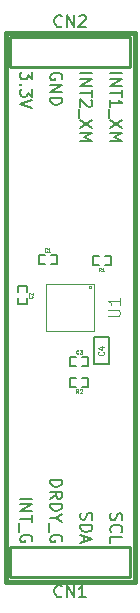
<source format=gto>
G04 (created by PCBNEW-RS274X (2012-apr-16-27)-stable) date Sat 16 Nov 2013 11:41:47 AM EET*
G01*
G70*
G90*
%MOIN*%
G04 Gerber Fmt 3.4, Leading zero omitted, Abs format*
%FSLAX34Y34*%
G04 APERTURE LIST*
%ADD10C,0.006000*%
%ADD11C,0.007500*%
%ADD12C,0.015000*%
%ADD13C,0.005000*%
%ADD14C,0.010000*%
%ADD15C,0.003900*%
%ADD16C,0.003000*%
%ADD17C,0.008000*%
%ADD18C,0.004500*%
G04 APERTURE END LIST*
G54D10*
G54D11*
X15307Y-23271D02*
X15288Y-23328D01*
X15288Y-23424D01*
X15307Y-23462D01*
X15326Y-23481D01*
X15364Y-23500D01*
X15402Y-23500D01*
X15440Y-23481D01*
X15460Y-23462D01*
X15479Y-23424D01*
X15498Y-23347D01*
X15517Y-23309D01*
X15536Y-23290D01*
X15574Y-23271D01*
X15612Y-23271D01*
X15650Y-23290D01*
X15669Y-23309D01*
X15688Y-23347D01*
X15688Y-23443D01*
X15669Y-23500D01*
X15326Y-23900D02*
X15307Y-23881D01*
X15288Y-23824D01*
X15288Y-23786D01*
X15307Y-23728D01*
X15345Y-23690D01*
X15383Y-23671D01*
X15460Y-23652D01*
X15517Y-23652D01*
X15593Y-23671D01*
X15631Y-23690D01*
X15669Y-23728D01*
X15688Y-23786D01*
X15688Y-23824D01*
X15669Y-23881D01*
X15650Y-23900D01*
X15288Y-24262D02*
X15288Y-24071D01*
X15688Y-24071D01*
X14307Y-23252D02*
X14288Y-23309D01*
X14288Y-23405D01*
X14307Y-23443D01*
X14326Y-23462D01*
X14364Y-23481D01*
X14402Y-23481D01*
X14440Y-23462D01*
X14460Y-23443D01*
X14479Y-23405D01*
X14498Y-23328D01*
X14517Y-23290D01*
X14536Y-23271D01*
X14574Y-23252D01*
X14612Y-23252D01*
X14650Y-23271D01*
X14669Y-23290D01*
X14688Y-23328D01*
X14688Y-23424D01*
X14669Y-23481D01*
X14288Y-23652D02*
X14688Y-23652D01*
X14688Y-23747D01*
X14669Y-23805D01*
X14631Y-23843D01*
X14593Y-23862D01*
X14517Y-23881D01*
X14460Y-23881D01*
X14383Y-23862D01*
X14345Y-23843D01*
X14307Y-23805D01*
X14288Y-23747D01*
X14288Y-23652D01*
X14402Y-24033D02*
X14402Y-24224D01*
X14288Y-23995D02*
X14688Y-24128D01*
X14288Y-24262D01*
X13288Y-22147D02*
X13688Y-22147D01*
X13688Y-22242D01*
X13669Y-22300D01*
X13631Y-22338D01*
X13593Y-22357D01*
X13517Y-22376D01*
X13460Y-22376D01*
X13383Y-22357D01*
X13345Y-22338D01*
X13307Y-22300D01*
X13288Y-22242D01*
X13288Y-22147D01*
X13288Y-22776D02*
X13479Y-22642D01*
X13288Y-22547D02*
X13688Y-22547D01*
X13688Y-22700D01*
X13669Y-22738D01*
X13650Y-22757D01*
X13612Y-22776D01*
X13555Y-22776D01*
X13517Y-22757D01*
X13498Y-22738D01*
X13479Y-22700D01*
X13479Y-22547D01*
X13288Y-22947D02*
X13688Y-22947D01*
X13688Y-23042D01*
X13669Y-23100D01*
X13631Y-23138D01*
X13593Y-23157D01*
X13517Y-23176D01*
X13460Y-23176D01*
X13383Y-23157D01*
X13345Y-23138D01*
X13307Y-23100D01*
X13288Y-23042D01*
X13288Y-22947D01*
X13479Y-23423D02*
X13288Y-23423D01*
X13688Y-23290D02*
X13479Y-23423D01*
X13688Y-23557D01*
X13250Y-23595D02*
X13250Y-23900D01*
X13669Y-24205D02*
X13688Y-24167D01*
X13688Y-24110D01*
X13669Y-24052D01*
X13631Y-24014D01*
X13593Y-23995D01*
X13517Y-23976D01*
X13460Y-23976D01*
X13383Y-23995D01*
X13345Y-24014D01*
X13307Y-24052D01*
X13288Y-24110D01*
X13288Y-24148D01*
X13307Y-24205D01*
X13326Y-24224D01*
X13460Y-24224D01*
X13460Y-24148D01*
X12288Y-22776D02*
X12688Y-22776D01*
X12288Y-22966D02*
X12688Y-22966D01*
X12288Y-23195D01*
X12688Y-23195D01*
X12688Y-23328D02*
X12688Y-23557D01*
X12288Y-23442D02*
X12688Y-23442D01*
X12250Y-23595D02*
X12250Y-23900D01*
X12669Y-24205D02*
X12688Y-24167D01*
X12688Y-24110D01*
X12669Y-24052D01*
X12631Y-24014D01*
X12593Y-23995D01*
X12517Y-23976D01*
X12460Y-23976D01*
X12383Y-23995D01*
X12345Y-24014D01*
X12307Y-24052D01*
X12288Y-24110D01*
X12288Y-24148D01*
X12307Y-24205D01*
X12326Y-24224D01*
X12460Y-24224D01*
X12460Y-24148D01*
X15288Y-08595D02*
X15688Y-08595D01*
X15288Y-08785D02*
X15688Y-08785D01*
X15288Y-09014D01*
X15688Y-09014D01*
X15688Y-09147D02*
X15688Y-09376D01*
X15288Y-09261D02*
X15688Y-09261D01*
X15288Y-09719D02*
X15288Y-09490D01*
X15288Y-09604D02*
X15688Y-09604D01*
X15631Y-09566D01*
X15593Y-09528D01*
X15574Y-09490D01*
X15250Y-09795D02*
X15250Y-10100D01*
X15688Y-10157D02*
X15288Y-10424D01*
X15688Y-10424D02*
X15288Y-10157D01*
X15288Y-10576D02*
X15688Y-10576D01*
X15402Y-10710D01*
X15688Y-10843D01*
X15288Y-10843D01*
X14288Y-08595D02*
X14688Y-08595D01*
X14288Y-08785D02*
X14688Y-08785D01*
X14288Y-09014D01*
X14688Y-09014D01*
X14688Y-09147D02*
X14688Y-09376D01*
X14288Y-09261D02*
X14688Y-09261D01*
X14650Y-09490D02*
X14669Y-09509D01*
X14688Y-09547D01*
X14688Y-09643D01*
X14669Y-09681D01*
X14650Y-09700D01*
X14612Y-09719D01*
X14574Y-09719D01*
X14517Y-09700D01*
X14288Y-09471D01*
X14288Y-09719D01*
X14250Y-09795D02*
X14250Y-10100D01*
X14688Y-10157D02*
X14288Y-10424D01*
X14688Y-10424D02*
X14288Y-10157D01*
X14288Y-10576D02*
X14688Y-10576D01*
X14402Y-10710D01*
X14688Y-10843D01*
X14288Y-10843D01*
X13669Y-08805D02*
X13688Y-08767D01*
X13688Y-08710D01*
X13669Y-08652D01*
X13631Y-08614D01*
X13593Y-08595D01*
X13517Y-08576D01*
X13460Y-08576D01*
X13383Y-08595D01*
X13345Y-08614D01*
X13307Y-08652D01*
X13288Y-08710D01*
X13288Y-08748D01*
X13307Y-08805D01*
X13326Y-08824D01*
X13460Y-08824D01*
X13460Y-08748D01*
X13288Y-08995D02*
X13688Y-08995D01*
X13288Y-09224D01*
X13688Y-09224D01*
X13288Y-09414D02*
X13688Y-09414D01*
X13688Y-09509D01*
X13669Y-09567D01*
X13631Y-09605D01*
X13593Y-09624D01*
X13517Y-09643D01*
X13460Y-09643D01*
X13383Y-09624D01*
X13345Y-09605D01*
X13307Y-09567D01*
X13288Y-09509D01*
X13288Y-09414D01*
X12688Y-08557D02*
X12688Y-08805D01*
X12536Y-08671D01*
X12536Y-08729D01*
X12517Y-08767D01*
X12498Y-08786D01*
X12460Y-08805D01*
X12364Y-08805D01*
X12326Y-08786D01*
X12307Y-08767D01*
X12288Y-08729D01*
X12288Y-08614D01*
X12307Y-08576D01*
X12326Y-08557D01*
X12326Y-08976D02*
X12307Y-08995D01*
X12288Y-08976D01*
X12307Y-08957D01*
X12326Y-08976D01*
X12288Y-08976D01*
X12688Y-09128D02*
X12688Y-09376D01*
X12536Y-09242D01*
X12536Y-09300D01*
X12517Y-09338D01*
X12498Y-09357D01*
X12460Y-09376D01*
X12364Y-09376D01*
X12326Y-09357D01*
X12307Y-09338D01*
X12288Y-09300D01*
X12288Y-09185D01*
X12307Y-09147D01*
X12326Y-09128D01*
X12688Y-09490D02*
X12288Y-09623D01*
X12688Y-09757D01*
G54D12*
X16100Y-07250D02*
X16100Y-25550D01*
X11800Y-07250D02*
X16100Y-07250D01*
X11800Y-25550D02*
X11800Y-07250D01*
X16100Y-25550D02*
X11800Y-25550D01*
G54D13*
X12200Y-16100D02*
X12200Y-16300D01*
X12200Y-16300D02*
X12500Y-16300D01*
X12500Y-16300D02*
X12500Y-16100D01*
X12200Y-15900D02*
X12200Y-15700D01*
X12200Y-15700D02*
X12500Y-15700D01*
X12500Y-15700D02*
X12500Y-15900D01*
X13300Y-14950D02*
X13500Y-14950D01*
X13500Y-14950D02*
X13500Y-14650D01*
X13500Y-14650D02*
X13300Y-14650D01*
X13100Y-14950D02*
X12900Y-14950D01*
X12900Y-14950D02*
X12900Y-14650D01*
X12900Y-14650D02*
X13100Y-14650D01*
G54D14*
X15950Y-08400D02*
X11950Y-08400D01*
X15950Y-07400D02*
X11950Y-07400D01*
X11950Y-07400D02*
X11950Y-08400D01*
X15950Y-08400D02*
X15950Y-07400D01*
X11950Y-24400D02*
X15950Y-24400D01*
X11950Y-25400D02*
X15950Y-25400D01*
X15950Y-25400D02*
X15950Y-24400D01*
X11950Y-24400D02*
X11950Y-25400D01*
G54D13*
X14350Y-18350D02*
X14550Y-18350D01*
X14550Y-18350D02*
X14550Y-18050D01*
X14550Y-18050D02*
X14350Y-18050D01*
X14150Y-18350D02*
X13950Y-18350D01*
X13950Y-18350D02*
X13950Y-18050D01*
X13950Y-18050D02*
X14150Y-18050D01*
G54D15*
X14658Y-15731D02*
X14657Y-15738D01*
X14655Y-15745D01*
X14651Y-15752D01*
X14646Y-15758D01*
X14640Y-15763D01*
X14634Y-15766D01*
X14626Y-15769D01*
X14619Y-15769D01*
X14612Y-15769D01*
X14605Y-15767D01*
X14598Y-15763D01*
X14592Y-15758D01*
X14587Y-15753D01*
X14584Y-15746D01*
X14581Y-15739D01*
X14581Y-15731D01*
X14581Y-15724D01*
X14583Y-15717D01*
X14587Y-15710D01*
X14591Y-15704D01*
X14597Y-15699D01*
X14604Y-15696D01*
X14611Y-15693D01*
X14619Y-15693D01*
X14625Y-15693D01*
X14633Y-15695D01*
X14639Y-15699D01*
X14645Y-15703D01*
X14650Y-15709D01*
X14654Y-15716D01*
X14657Y-15723D01*
X14657Y-15730D01*
X14658Y-15731D01*
X14737Y-15613D02*
X14737Y-17187D01*
X14737Y-17187D02*
X13163Y-17187D01*
X13163Y-17187D02*
X13163Y-15613D01*
X13163Y-15613D02*
X14737Y-15613D01*
G54D13*
X14900Y-14700D02*
X14700Y-14700D01*
X14700Y-14700D02*
X14700Y-15000D01*
X14700Y-15000D02*
X14900Y-15000D01*
X15100Y-14700D02*
X15300Y-14700D01*
X15300Y-14700D02*
X15300Y-15000D01*
X15300Y-15000D02*
X15100Y-15000D01*
X14150Y-18750D02*
X13950Y-18750D01*
X13950Y-18750D02*
X13950Y-19050D01*
X13950Y-19050D02*
X14150Y-19050D01*
X14350Y-18750D02*
X14550Y-18750D01*
X14550Y-18750D02*
X14550Y-19050D01*
X14550Y-19050D02*
X14350Y-19050D01*
X14750Y-18300D02*
X14750Y-17400D01*
X14750Y-17400D02*
X15250Y-17400D01*
X15250Y-17400D02*
X15250Y-18300D01*
X15250Y-18300D02*
X14750Y-18300D01*
G54D16*
X12687Y-16020D02*
X12693Y-16026D01*
X12699Y-16043D01*
X12699Y-16054D01*
X12693Y-16071D01*
X12681Y-16083D01*
X12670Y-16088D01*
X12647Y-16094D01*
X12630Y-16094D01*
X12607Y-16088D01*
X12596Y-16083D01*
X12584Y-16071D01*
X12579Y-16054D01*
X12579Y-16043D01*
X12584Y-16026D01*
X12590Y-16020D01*
X12590Y-15974D02*
X12584Y-15968D01*
X12579Y-15957D01*
X12579Y-15928D01*
X12584Y-15917D01*
X12590Y-15911D01*
X12601Y-15906D01*
X12613Y-15906D01*
X12630Y-15911D01*
X12699Y-15980D01*
X12699Y-15906D01*
X13180Y-14537D02*
X13174Y-14543D01*
X13157Y-14549D01*
X13146Y-14549D01*
X13129Y-14543D01*
X13117Y-14531D01*
X13112Y-14520D01*
X13106Y-14497D01*
X13106Y-14480D01*
X13112Y-14457D01*
X13117Y-14446D01*
X13129Y-14434D01*
X13146Y-14429D01*
X13157Y-14429D01*
X13174Y-14434D01*
X13180Y-14440D01*
X13294Y-14549D02*
X13226Y-14549D01*
X13260Y-14549D02*
X13260Y-14429D01*
X13249Y-14446D01*
X13237Y-14457D01*
X13226Y-14463D01*
G54D17*
X13674Y-07024D02*
X13655Y-07043D01*
X13598Y-07062D01*
X13560Y-07062D01*
X13502Y-07043D01*
X13464Y-07005D01*
X13445Y-06967D01*
X13426Y-06890D01*
X13426Y-06833D01*
X13445Y-06757D01*
X13464Y-06719D01*
X13502Y-06681D01*
X13560Y-06662D01*
X13598Y-06662D01*
X13655Y-06681D01*
X13674Y-06700D01*
X13845Y-07062D02*
X13845Y-06662D01*
X14074Y-07062D01*
X14074Y-06662D01*
X14245Y-06700D02*
X14264Y-06681D01*
X14302Y-06662D01*
X14398Y-06662D01*
X14436Y-06681D01*
X14455Y-06700D01*
X14474Y-06738D01*
X14474Y-06776D01*
X14455Y-06833D01*
X14226Y-07062D01*
X14474Y-07062D01*
X13674Y-26024D02*
X13655Y-26043D01*
X13598Y-26062D01*
X13560Y-26062D01*
X13502Y-26043D01*
X13464Y-26005D01*
X13445Y-25967D01*
X13426Y-25890D01*
X13426Y-25833D01*
X13445Y-25757D01*
X13464Y-25719D01*
X13502Y-25681D01*
X13560Y-25662D01*
X13598Y-25662D01*
X13655Y-25681D01*
X13674Y-25700D01*
X13845Y-26062D02*
X13845Y-25662D01*
X14074Y-26062D01*
X14074Y-25662D01*
X14474Y-26062D02*
X14245Y-26062D01*
X14359Y-26062D02*
X14359Y-25662D01*
X14321Y-25719D01*
X14283Y-25757D01*
X14245Y-25776D01*
G54D16*
X14230Y-17937D02*
X14224Y-17943D01*
X14207Y-17949D01*
X14196Y-17949D01*
X14179Y-17943D01*
X14167Y-17931D01*
X14162Y-17920D01*
X14156Y-17897D01*
X14156Y-17880D01*
X14162Y-17857D01*
X14167Y-17846D01*
X14179Y-17834D01*
X14196Y-17829D01*
X14207Y-17829D01*
X14224Y-17834D01*
X14230Y-17840D01*
X14270Y-17829D02*
X14344Y-17829D01*
X14304Y-17874D01*
X14322Y-17874D01*
X14333Y-17880D01*
X14339Y-17886D01*
X14344Y-17897D01*
X14344Y-17926D01*
X14339Y-17937D01*
X14333Y-17943D01*
X14322Y-17949D01*
X14287Y-17949D01*
X14276Y-17943D01*
X14270Y-17937D01*
G54D15*
X15211Y-16700D02*
X15530Y-16700D01*
X15568Y-16681D01*
X15587Y-16663D01*
X15605Y-16625D01*
X15605Y-16550D01*
X15587Y-16513D01*
X15568Y-16494D01*
X15530Y-16475D01*
X15211Y-16475D01*
X15605Y-16081D02*
X15605Y-16306D01*
X15605Y-16193D02*
X15211Y-16193D01*
X15268Y-16231D01*
X15305Y-16268D01*
X15324Y-16306D01*
G54D16*
X14980Y-15199D02*
X14940Y-15141D01*
X14912Y-15199D02*
X14912Y-15079D01*
X14957Y-15079D01*
X14969Y-15084D01*
X14974Y-15090D01*
X14980Y-15101D01*
X14980Y-15119D01*
X14974Y-15130D01*
X14969Y-15136D01*
X14957Y-15141D01*
X14912Y-15141D01*
X15094Y-15199D02*
X15026Y-15199D01*
X15060Y-15199D02*
X15060Y-15079D01*
X15049Y-15096D01*
X15037Y-15107D01*
X15026Y-15113D01*
X14230Y-19249D02*
X14190Y-19191D01*
X14162Y-19249D02*
X14162Y-19129D01*
X14207Y-19129D01*
X14219Y-19134D01*
X14224Y-19140D01*
X14230Y-19151D01*
X14230Y-19169D01*
X14224Y-19180D01*
X14219Y-19186D01*
X14207Y-19191D01*
X14162Y-19191D01*
X14276Y-19140D02*
X14282Y-19134D01*
X14293Y-19129D01*
X14322Y-19129D01*
X14333Y-19134D01*
X14339Y-19140D01*
X14344Y-19151D01*
X14344Y-19163D01*
X14339Y-19180D01*
X14270Y-19249D01*
X14344Y-19249D01*
G54D18*
X15062Y-17879D02*
X15071Y-17888D01*
X15081Y-17914D01*
X15081Y-17931D01*
X15071Y-17956D01*
X15052Y-17974D01*
X15033Y-17982D01*
X14995Y-17991D01*
X14967Y-17991D01*
X14929Y-17982D01*
X14910Y-17974D01*
X14890Y-17956D01*
X14881Y-17931D01*
X14881Y-17914D01*
X14890Y-17888D01*
X14900Y-17879D01*
X14948Y-17725D02*
X15081Y-17725D01*
X14871Y-17768D02*
X15014Y-17811D01*
X15014Y-17699D01*
M02*

</source>
